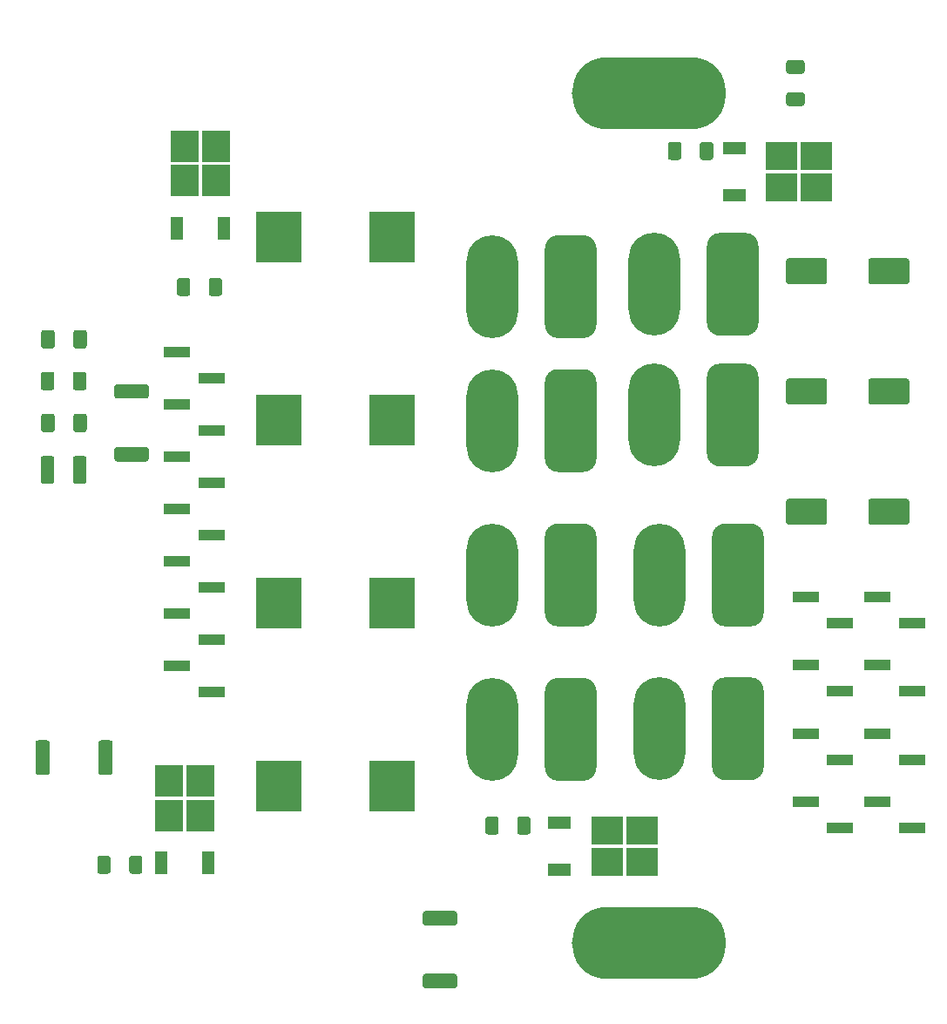
<source format=gbr>
%TF.GenerationSoftware,KiCad,Pcbnew,5.1.10*%
%TF.CreationDate,2021-09-10T11:09:33+02:00*%
%TF.ProjectId,PeltierSwitchingMainBoard,50656c74-6965-4725-9377-69746368696e,rev?*%
%TF.SameCoordinates,Original*%
%TF.FileFunction,Paste,Top*%
%TF.FilePolarity,Positive*%
%FSLAX46Y46*%
G04 Gerber Fmt 4.6, Leading zero omitted, Abs format (unit mm)*
G04 Created by KiCad (PCBNEW 5.1.10) date 2021-09-10 11:09:33*
%MOMM*%
%LPD*%
G01*
G04 APERTURE LIST*
%ADD10R,2.510000X1.000000*%
%ADD11R,3.050000X2.750000*%
%ADD12R,2.200000X1.200000*%
%ADD13R,2.750000X3.050000*%
%ADD14R,1.200000X2.200000*%
%ADD15R,4.500000X5.000000*%
%ADD16O,5.000000X10.000000*%
%ADD17O,15.000000X7.000000*%
G04 APERTURE END LIST*
D10*
%TO.C,J19*%
X247146000Y-117094000D03*
X243836000Y-114554000D03*
%TD*%
%TO.C,J18*%
X254131000Y-117094000D03*
X250821000Y-114554000D03*
%TD*%
%TO.C,J17*%
X254131000Y-110447666D03*
X250821000Y-107907666D03*
%TD*%
%TO.C,J16*%
X254131000Y-103801333D03*
X250821000Y-101261333D03*
%TD*%
%TO.C,J15*%
X247146000Y-110447666D03*
X243836000Y-107907666D03*
%TD*%
%TO.C,J14*%
X247146000Y-103801333D03*
X243836000Y-101261333D03*
%TD*%
%TO.C,J13*%
X254131000Y-97155000D03*
X250821000Y-94615000D03*
%TD*%
%TO.C,J12*%
X247146000Y-97155000D03*
X243836000Y-94615000D03*
%TD*%
%TO.C,C4*%
G36*
G01*
X249904000Y-63992000D02*
X249904000Y-61992000D01*
G75*
G02*
X250154000Y-61742000I250000J0D01*
G01*
X253654000Y-61742000D01*
G75*
G02*
X253904000Y-61992000I0J-250000D01*
G01*
X253904000Y-63992000D01*
G75*
G02*
X253654000Y-64242000I-250000J0D01*
G01*
X250154000Y-64242000D01*
G75*
G02*
X249904000Y-63992000I0J250000D01*
G01*
G37*
G36*
G01*
X241904000Y-63992000D02*
X241904000Y-61992000D01*
G75*
G02*
X242154000Y-61742000I250000J0D01*
G01*
X245654000Y-61742000D01*
G75*
G02*
X245904000Y-61992000I0J-250000D01*
G01*
X245904000Y-63992000D01*
G75*
G02*
X245654000Y-64242000I-250000J0D01*
G01*
X242154000Y-64242000D01*
G75*
G02*
X241904000Y-63992000I0J250000D01*
G01*
G37*
%TD*%
%TO.C,C5*%
G36*
G01*
X249904000Y-75676000D02*
X249904000Y-73676000D01*
G75*
G02*
X250154000Y-73426000I250000J0D01*
G01*
X253654000Y-73426000D01*
G75*
G02*
X253904000Y-73676000I0J-250000D01*
G01*
X253904000Y-75676000D01*
G75*
G02*
X253654000Y-75926000I-250000J0D01*
G01*
X250154000Y-75926000D01*
G75*
G02*
X249904000Y-75676000I0J250000D01*
G01*
G37*
G36*
G01*
X241904000Y-75676000D02*
X241904000Y-73676000D01*
G75*
G02*
X242154000Y-73426000I250000J0D01*
G01*
X245654000Y-73426000D01*
G75*
G02*
X245904000Y-73676000I0J-250000D01*
G01*
X245904000Y-75676000D01*
G75*
G02*
X245654000Y-75926000I-250000J0D01*
G01*
X242154000Y-75926000D01*
G75*
G02*
X241904000Y-75676000I0J250000D01*
G01*
G37*
%TD*%
%TO.C,C3*%
G36*
G01*
X249904000Y-87360000D02*
X249904000Y-85360000D01*
G75*
G02*
X250154000Y-85110000I250000J0D01*
G01*
X253654000Y-85110000D01*
G75*
G02*
X253904000Y-85360000I0J-250000D01*
G01*
X253904000Y-87360000D01*
G75*
G02*
X253654000Y-87610000I-250000J0D01*
G01*
X250154000Y-87610000D01*
G75*
G02*
X249904000Y-87360000I0J250000D01*
G01*
G37*
G36*
G01*
X241904000Y-87360000D02*
X241904000Y-85360000D01*
G75*
G02*
X242154000Y-85110000I250000J0D01*
G01*
X245654000Y-85110000D01*
G75*
G02*
X245904000Y-85360000I0J-250000D01*
G01*
X245904000Y-87360000D01*
G75*
G02*
X245654000Y-87610000I-250000J0D01*
G01*
X242154000Y-87610000D01*
G75*
G02*
X241904000Y-87360000I0J250000D01*
G01*
G37*
%TD*%
%TO.C,R2*%
G36*
G01*
X175070000Y-111661001D02*
X175070000Y-108810999D01*
G75*
G02*
X175319999Y-108561000I249999J0D01*
G01*
X176220001Y-108561000D01*
G75*
G02*
X176470000Y-108810999I0J-249999D01*
G01*
X176470000Y-111661001D01*
G75*
G02*
X176220001Y-111911000I-249999J0D01*
G01*
X175319999Y-111911000D01*
G75*
G02*
X175070000Y-111661001I0J249999D01*
G01*
G37*
G36*
G01*
X168970000Y-111661001D02*
X168970000Y-108810999D01*
G75*
G02*
X169219999Y-108561000I249999J0D01*
G01*
X170120001Y-108561000D01*
G75*
G02*
X170370000Y-108810999I0J-249999D01*
G01*
X170370000Y-111661001D01*
G75*
G02*
X170120001Y-111911000I-249999J0D01*
G01*
X169219999Y-111911000D01*
G75*
G02*
X168970000Y-111661001I0J249999D01*
G01*
G37*
%TD*%
%TO.C,R1*%
G36*
G01*
X179733001Y-75374000D02*
X176882999Y-75374000D01*
G75*
G02*
X176633000Y-75124001I0J249999D01*
G01*
X176633000Y-74223999D01*
G75*
G02*
X176882999Y-73974000I249999J0D01*
G01*
X179733001Y-73974000D01*
G75*
G02*
X179983000Y-74223999I0J-249999D01*
G01*
X179983000Y-75124001D01*
G75*
G02*
X179733001Y-75374000I-249999J0D01*
G01*
G37*
G36*
G01*
X179733001Y-81474000D02*
X176882999Y-81474000D01*
G75*
G02*
X176633000Y-81224001I0J249999D01*
G01*
X176633000Y-80323999D01*
G75*
G02*
X176882999Y-80074000I249999J0D01*
G01*
X179733001Y-80074000D01*
G75*
G02*
X179983000Y-80323999I0J-249999D01*
G01*
X179983000Y-81224001D01*
G75*
G02*
X179733001Y-81474000I-249999J0D01*
G01*
G37*
%TD*%
%TO.C,C11*%
G36*
G01*
X170804000Y-73009998D02*
X170804000Y-74310002D01*
G75*
G02*
X170554002Y-74560000I-249998J0D01*
G01*
X169728998Y-74560000D01*
G75*
G02*
X169479000Y-74310002I0J249998D01*
G01*
X169479000Y-73009998D01*
G75*
G02*
X169728998Y-72760000I249998J0D01*
G01*
X170554002Y-72760000D01*
G75*
G02*
X170804000Y-73009998I0J-249998D01*
G01*
G37*
G36*
G01*
X173929000Y-73009998D02*
X173929000Y-74310002D01*
G75*
G02*
X173679002Y-74560000I-249998J0D01*
G01*
X172853998Y-74560000D01*
G75*
G02*
X172604000Y-74310002I0J249998D01*
G01*
X172604000Y-73009998D01*
G75*
G02*
X172853998Y-72760000I249998J0D01*
G01*
X173679002Y-72760000D01*
G75*
G02*
X173929000Y-73009998I0J-249998D01*
G01*
G37*
%TD*%
%TO.C,C10*%
G36*
G01*
X170804000Y-81195998D02*
X170804000Y-83396002D01*
G75*
G02*
X170554002Y-83646000I-249998J0D01*
G01*
X169728998Y-83646000D01*
G75*
G02*
X169479000Y-83396002I0J249998D01*
G01*
X169479000Y-81195998D01*
G75*
G02*
X169728998Y-80946000I249998J0D01*
G01*
X170554002Y-80946000D01*
G75*
G02*
X170804000Y-81195998I0J-249998D01*
G01*
G37*
G36*
G01*
X173929000Y-81195998D02*
X173929000Y-83396002D01*
G75*
G02*
X173679002Y-83646000I-249998J0D01*
G01*
X172853998Y-83646000D01*
G75*
G02*
X172604000Y-83396002I0J249998D01*
G01*
X172604000Y-81195998D01*
G75*
G02*
X172853998Y-80946000I249998J0D01*
G01*
X173679002Y-80946000D01*
G75*
G02*
X173929000Y-81195998I0J-249998D01*
G01*
G37*
%TD*%
%TO.C,C9*%
G36*
G01*
X170842500Y-77073998D02*
X170842500Y-78374002D01*
G75*
G02*
X170592502Y-78624000I-249998J0D01*
G01*
X169767498Y-78624000D01*
G75*
G02*
X169517500Y-78374002I0J249998D01*
G01*
X169517500Y-77073998D01*
G75*
G02*
X169767498Y-76824000I249998J0D01*
G01*
X170592502Y-76824000D01*
G75*
G02*
X170842500Y-77073998I0J-249998D01*
G01*
G37*
G36*
G01*
X173967500Y-77073998D02*
X173967500Y-78374002D01*
G75*
G02*
X173717502Y-78624000I-249998J0D01*
G01*
X172892498Y-78624000D01*
G75*
G02*
X172642500Y-78374002I0J249998D01*
G01*
X172642500Y-77073998D01*
G75*
G02*
X172892498Y-76824000I249998J0D01*
G01*
X173717502Y-76824000D01*
G75*
G02*
X173967500Y-77073998I0J-249998D01*
G01*
G37*
%TD*%
%TO.C,C1*%
G36*
G01*
X170842500Y-68945998D02*
X170842500Y-70246002D01*
G75*
G02*
X170592502Y-70496000I-249998J0D01*
G01*
X169767498Y-70496000D01*
G75*
G02*
X169517500Y-70246002I0J249998D01*
G01*
X169517500Y-68945998D01*
G75*
G02*
X169767498Y-68696000I249998J0D01*
G01*
X170592502Y-68696000D01*
G75*
G02*
X170842500Y-68945998I0J-249998D01*
G01*
G37*
G36*
G01*
X173967500Y-68945998D02*
X173967500Y-70246002D01*
G75*
G02*
X173717502Y-70496000I-249998J0D01*
G01*
X172892498Y-70496000D01*
G75*
G02*
X172642500Y-70246002I0J249998D01*
G01*
X172642500Y-68945998D01*
G75*
G02*
X172892498Y-68696000I249998J0D01*
G01*
X173717502Y-68696000D01*
G75*
G02*
X173967500Y-68945998I0J-249998D01*
G01*
G37*
%TD*%
%TO.C,J3*%
X186059000Y-103886000D03*
X186059000Y-98806000D03*
X186059000Y-93726000D03*
X186059000Y-88646000D03*
X186059000Y-83566000D03*
X186059000Y-78486000D03*
X186059000Y-73406000D03*
X182749000Y-101346000D03*
X182749000Y-96266000D03*
X182749000Y-91186000D03*
X182749000Y-86106000D03*
X182749000Y-81026000D03*
X182749000Y-75946000D03*
X182749000Y-70866000D03*
%TD*%
D11*
%TO.C,U5*%
X224536000Y-120396000D03*
X227886000Y-117346000D03*
X224536000Y-117346000D03*
X227886000Y-120396000D03*
D12*
X219911000Y-121151000D03*
X219911000Y-116591000D03*
%TD*%
D11*
%TO.C,U4*%
X241506000Y-54866000D03*
X244856000Y-51816000D03*
X241506000Y-51816000D03*
X244856000Y-54866000D03*
D12*
X236881000Y-55621000D03*
X236881000Y-51061000D03*
%TD*%
D13*
%TO.C,U3*%
X185000000Y-115850000D03*
X181950000Y-112500000D03*
X181950000Y-115850000D03*
X185000000Y-112500000D03*
D14*
X185755000Y-120475000D03*
X181195000Y-120475000D03*
%TD*%
D13*
%TO.C,U2*%
X186525000Y-54175000D03*
X183475000Y-50825000D03*
X183475000Y-54175000D03*
X186525000Y-50825000D03*
D14*
X187280000Y-58800000D03*
X182720000Y-58800000D03*
%TD*%
%TO.C,R11*%
G36*
G01*
X213984000Y-116214999D02*
X213984000Y-117465001D01*
G75*
G02*
X213734001Y-117715000I-249999J0D01*
G01*
X212933999Y-117715000D01*
G75*
G02*
X212684000Y-117465001I0J249999D01*
G01*
X212684000Y-116214999D01*
G75*
G02*
X212933999Y-115965000I249999J0D01*
G01*
X213734001Y-115965000D01*
G75*
G02*
X213984000Y-116214999I0J-249999D01*
G01*
G37*
G36*
G01*
X217084000Y-116214999D02*
X217084000Y-117465001D01*
G75*
G02*
X216834001Y-117715000I-249999J0D01*
G01*
X216033999Y-117715000D01*
G75*
G02*
X215784000Y-117465001I0J249999D01*
G01*
X215784000Y-116214999D01*
G75*
G02*
X216033999Y-115965000I249999J0D01*
G01*
X216834001Y-115965000D01*
G75*
G02*
X217084000Y-116214999I0J-249999D01*
G01*
G37*
%TD*%
%TO.C,R10*%
G36*
G01*
X231738000Y-50682999D02*
X231738000Y-51933001D01*
G75*
G02*
X231488001Y-52183000I-249999J0D01*
G01*
X230687999Y-52183000D01*
G75*
G02*
X230438000Y-51933001I0J249999D01*
G01*
X230438000Y-50682999D01*
G75*
G02*
X230687999Y-50433000I249999J0D01*
G01*
X231488001Y-50433000D01*
G75*
G02*
X231738000Y-50682999I0J-249999D01*
G01*
G37*
G36*
G01*
X234838000Y-50682999D02*
X234838000Y-51933001D01*
G75*
G02*
X234588001Y-52183000I-249999J0D01*
G01*
X233787999Y-52183000D01*
G75*
G02*
X233538000Y-51933001I0J249999D01*
G01*
X233538000Y-50682999D01*
G75*
G02*
X233787999Y-50433000I249999J0D01*
G01*
X234588001Y-50433000D01*
G75*
G02*
X234838000Y-50682999I0J-249999D01*
G01*
G37*
%TD*%
%TO.C,R9*%
G36*
G01*
X206854999Y-131255000D02*
X209705001Y-131255000D01*
G75*
G02*
X209955000Y-131504999I0J-249999D01*
G01*
X209955000Y-132405001D01*
G75*
G02*
X209705001Y-132655000I-249999J0D01*
G01*
X206854999Y-132655000D01*
G75*
G02*
X206605000Y-132405001I0J249999D01*
G01*
X206605000Y-131504999D01*
G75*
G02*
X206854999Y-131255000I249999J0D01*
G01*
G37*
G36*
G01*
X206854999Y-125155000D02*
X209705001Y-125155000D01*
G75*
G02*
X209955000Y-125404999I0J-249999D01*
G01*
X209955000Y-126305001D01*
G75*
G02*
X209705001Y-126555000I-249999J0D01*
G01*
X206854999Y-126555000D01*
G75*
G02*
X206605000Y-126305001I0J249999D01*
G01*
X206605000Y-125404999D01*
G75*
G02*
X206854999Y-125155000I249999J0D01*
G01*
G37*
%TD*%
%TO.C,R8*%
G36*
G01*
X176265000Y-120024999D02*
X176265000Y-121275001D01*
G75*
G02*
X176015001Y-121525000I-249999J0D01*
G01*
X175214999Y-121525000D01*
G75*
G02*
X174965000Y-121275001I0J249999D01*
G01*
X174965000Y-120024999D01*
G75*
G02*
X175214999Y-119775000I249999J0D01*
G01*
X176015001Y-119775000D01*
G75*
G02*
X176265000Y-120024999I0J-249999D01*
G01*
G37*
G36*
G01*
X179365000Y-120024999D02*
X179365000Y-121275001D01*
G75*
G02*
X179115001Y-121525000I-249999J0D01*
G01*
X178314999Y-121525000D01*
G75*
G02*
X178065000Y-121275001I0J249999D01*
G01*
X178065000Y-120024999D01*
G75*
G02*
X178314999Y-119775000I249999J0D01*
G01*
X179115001Y-119775000D01*
G75*
G02*
X179365000Y-120024999I0J-249999D01*
G01*
G37*
%TD*%
%TO.C,R7*%
G36*
G01*
X185812000Y-65141001D02*
X185812000Y-63890999D01*
G75*
G02*
X186061999Y-63641000I249999J0D01*
G01*
X186862001Y-63641000D01*
G75*
G02*
X187112000Y-63890999I0J-249999D01*
G01*
X187112000Y-65141001D01*
G75*
G02*
X186862001Y-65391000I-249999J0D01*
G01*
X186061999Y-65391000D01*
G75*
G02*
X185812000Y-65141001I0J249999D01*
G01*
G37*
G36*
G01*
X182712000Y-65141001D02*
X182712000Y-63890999D01*
G75*
G02*
X182961999Y-63641000I249999J0D01*
G01*
X183762001Y-63641000D01*
G75*
G02*
X184012000Y-63890999I0J-249999D01*
G01*
X184012000Y-65141001D01*
G75*
G02*
X183762001Y-65391000I-249999J0D01*
G01*
X182961999Y-65391000D01*
G75*
G02*
X182712000Y-65141001I0J249999D01*
G01*
G37*
%TD*%
D15*
%TO.C,L4*%
X203620000Y-77470000D03*
X192620000Y-77470000D03*
%TD*%
%TO.C,L3*%
X203620000Y-95250000D03*
X192620000Y-95250000D03*
%TD*%
%TO.C,L2*%
X203620000Y-113030000D03*
X192620000Y-113030000D03*
%TD*%
%TO.C,L1*%
X203620000Y-59690000D03*
X192620000Y-59690000D03*
%TD*%
%TO.C,J11*%
G36*
G01*
X234736000Y-96250000D02*
X234736000Y-88750000D01*
G75*
G02*
X235986000Y-87500000I1250000J0D01*
G01*
X238486000Y-87500000D01*
G75*
G02*
X239736000Y-88750000I0J-1250000D01*
G01*
X239736000Y-96250000D01*
G75*
G02*
X238486000Y-97500000I-1250000J0D01*
G01*
X235986000Y-97500000D01*
G75*
G02*
X234736000Y-96250000I0J1250000D01*
G01*
G37*
D16*
X229616000Y-92500000D03*
%TD*%
%TO.C,J10*%
G36*
G01*
X234228000Y-68012000D02*
X234228000Y-60512000D01*
G75*
G02*
X235478000Y-59262000I1250000J0D01*
G01*
X237978000Y-59262000D01*
G75*
G02*
X239228000Y-60512000I0J-1250000D01*
G01*
X239228000Y-68012000D01*
G75*
G02*
X237978000Y-69262000I-1250000J0D01*
G01*
X235478000Y-69262000D01*
G75*
G02*
X234228000Y-68012000I0J1250000D01*
G01*
G37*
X229108000Y-64262000D03*
%TD*%
%TO.C,J9*%
G36*
G01*
X218480000Y-68240000D02*
X218480000Y-60740000D01*
G75*
G02*
X219730000Y-59490000I1250000J0D01*
G01*
X222230000Y-59490000D01*
G75*
G02*
X223480000Y-60740000I0J-1250000D01*
G01*
X223480000Y-68240000D01*
G75*
G02*
X222230000Y-69490000I-1250000J0D01*
G01*
X219730000Y-69490000D01*
G75*
G02*
X218480000Y-68240000I0J1250000D01*
G01*
G37*
X213360000Y-64490000D03*
%TD*%
%TO.C,J8*%
G36*
G01*
X218480000Y-96250000D02*
X218480000Y-88750000D01*
G75*
G02*
X219730000Y-87500000I1250000J0D01*
G01*
X222230000Y-87500000D01*
G75*
G02*
X223480000Y-88750000I0J-1250000D01*
G01*
X223480000Y-96250000D01*
G75*
G02*
X222230000Y-97500000I-1250000J0D01*
G01*
X219730000Y-97500000D01*
G75*
G02*
X218480000Y-96250000I0J1250000D01*
G01*
G37*
X213360000Y-92500000D03*
%TD*%
%TO.C,J7*%
G36*
G01*
X234228000Y-80712000D02*
X234228000Y-73212000D01*
G75*
G02*
X235478000Y-71962000I1250000J0D01*
G01*
X237978000Y-71962000D01*
G75*
G02*
X239228000Y-73212000I0J-1250000D01*
G01*
X239228000Y-80712000D01*
G75*
G02*
X237978000Y-81962000I-1250000J0D01*
G01*
X235478000Y-81962000D01*
G75*
G02*
X234228000Y-80712000I0J1250000D01*
G01*
G37*
X229108000Y-76962000D03*
%TD*%
%TO.C,J6*%
G36*
G01*
X218480000Y-81250000D02*
X218480000Y-73750000D01*
G75*
G02*
X219730000Y-72500000I1250000J0D01*
G01*
X222230000Y-72500000D01*
G75*
G02*
X223480000Y-73750000I0J-1250000D01*
G01*
X223480000Y-81250000D01*
G75*
G02*
X222230000Y-82500000I-1250000J0D01*
G01*
X219730000Y-82500000D01*
G75*
G02*
X218480000Y-81250000I0J1250000D01*
G01*
G37*
X213360000Y-77500000D03*
%TD*%
%TO.C,J5*%
G36*
G01*
X234736000Y-111192000D02*
X234736000Y-103692000D01*
G75*
G02*
X235986000Y-102442000I1250000J0D01*
G01*
X238486000Y-102442000D01*
G75*
G02*
X239736000Y-103692000I0J-1250000D01*
G01*
X239736000Y-111192000D01*
G75*
G02*
X238486000Y-112442000I-1250000J0D01*
G01*
X235986000Y-112442000D01*
G75*
G02*
X234736000Y-111192000I0J1250000D01*
G01*
G37*
X229616000Y-107442000D03*
%TD*%
%TO.C,J4*%
G36*
G01*
X218480000Y-111250000D02*
X218480000Y-103750000D01*
G75*
G02*
X219730000Y-102500000I1250000J0D01*
G01*
X222230000Y-102500000D01*
G75*
G02*
X223480000Y-103750000I0J-1250000D01*
G01*
X223480000Y-111250000D01*
G75*
G02*
X222230000Y-112500000I-1250000J0D01*
G01*
X219730000Y-112500000D01*
G75*
G02*
X218480000Y-111250000I0J1250000D01*
G01*
G37*
X213360000Y-107500000D03*
%TD*%
D17*
%TO.C,J2*%
X228600000Y-128270000D03*
%TD*%
%TO.C,J1*%
X228600000Y-45720000D03*
%TD*%
%TO.C,C2*%
G36*
G01*
X243474002Y-43804000D02*
X242173998Y-43804000D01*
G75*
G02*
X241924000Y-43554002I0J249998D01*
G01*
X241924000Y-42728998D01*
G75*
G02*
X242173998Y-42479000I249998J0D01*
G01*
X243474002Y-42479000D01*
G75*
G02*
X243724000Y-42728998I0J-249998D01*
G01*
X243724000Y-43554002D01*
G75*
G02*
X243474002Y-43804000I-249998J0D01*
G01*
G37*
G36*
G01*
X243474002Y-46929000D02*
X242173998Y-46929000D01*
G75*
G02*
X241924000Y-46679002I0J249998D01*
G01*
X241924000Y-45853998D01*
G75*
G02*
X242173998Y-45604000I249998J0D01*
G01*
X243474002Y-45604000D01*
G75*
G02*
X243724000Y-45853998I0J-249998D01*
G01*
X243724000Y-46679002D01*
G75*
G02*
X243474002Y-46929000I-249998J0D01*
G01*
G37*
%TD*%
M02*

</source>
